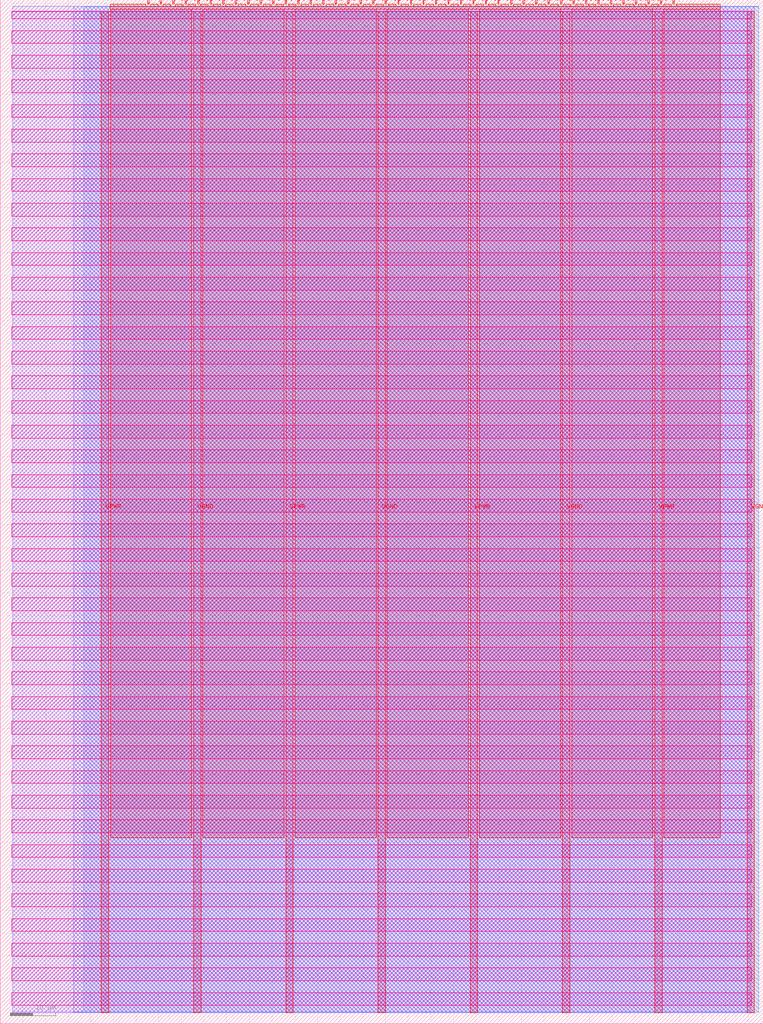
<source format=lef>
VERSION 5.7 ;
  NOWIREEXTENSIONATPIN ON ;
  DIVIDERCHAR "/" ;
  BUSBITCHARS "[]" ;
MACRO tt_um_toivoh_synth_dup
  CLASS BLOCK ;
  FOREIGN tt_um_toivoh_synth_dup ;
  ORIGIN 0.000 0.000 ;
  SIZE 168.360 BY 225.760 ;
  PIN VGND
    DIRECTION INOUT ;
    USE GROUND ;
    PORT
      LAYER met4 ;
        RECT 42.670 2.480 44.270 223.280 ;
    END
    PORT
      LAYER met4 ;
        RECT 83.380 2.480 84.980 223.280 ;
    END
    PORT
      LAYER met4 ;
        RECT 124.090 2.480 125.690 223.280 ;
    END
    PORT
      LAYER met4 ;
        RECT 164.800 2.480 166.400 223.280 ;
    END
  END VGND
  PIN VPWR
    DIRECTION INOUT ;
    USE POWER ;
    PORT
      LAYER met4 ;
        RECT 22.315 2.480 23.915 223.280 ;
    END
    PORT
      LAYER met4 ;
        RECT 63.025 2.480 64.625 223.280 ;
    END
    PORT
      LAYER met4 ;
        RECT 103.735 2.480 105.335 223.280 ;
    END
    PORT
      LAYER met4 ;
        RECT 144.445 2.480 146.045 223.280 ;
    END
  END VPWR
  PIN clk
    DIRECTION INPUT ;
    USE SIGNAL ;
    ANTENNAGATEAREA 0.852000 ;
    PORT
      LAYER met4 ;
        RECT 145.670 224.760 145.970 225.760 ;
    END
  END clk
  PIN ena
    DIRECTION INPUT ;
    USE SIGNAL ;
    PORT
      LAYER met4 ;
        RECT 148.430 224.760 148.730 225.760 ;
    END
  END ena
  PIN rst_n
    DIRECTION INPUT ;
    USE SIGNAL ;
    ANTENNAGATEAREA 0.159000 ;
    PORT
      LAYER met4 ;
        RECT 142.910 224.760 143.210 225.760 ;
    END
  END rst_n
  PIN ui_in[0]
    DIRECTION INPUT ;
    USE SIGNAL ;
    ANTENNAGATEAREA 0.196500 ;
    PORT
      LAYER met4 ;
        RECT 140.150 224.760 140.450 225.760 ;
    END
  END ui_in[0]
  PIN ui_in[1]
    DIRECTION INPUT ;
    USE SIGNAL ;
    ANTENNAGATEAREA 0.196500 ;
    PORT
      LAYER met4 ;
        RECT 137.390 224.760 137.690 225.760 ;
    END
  END ui_in[1]
  PIN ui_in[2]
    DIRECTION INPUT ;
    USE SIGNAL ;
    ANTENNAGATEAREA 0.196500 ;
    PORT
      LAYER met4 ;
        RECT 134.630 224.760 134.930 225.760 ;
    END
  END ui_in[2]
  PIN ui_in[3]
    DIRECTION INPUT ;
    USE SIGNAL ;
    ANTENNAGATEAREA 0.196500 ;
    PORT
      LAYER met4 ;
        RECT 131.870 224.760 132.170 225.760 ;
    END
  END ui_in[3]
  PIN ui_in[4]
    DIRECTION INPUT ;
    USE SIGNAL ;
    ANTENNAGATEAREA 0.196500 ;
    PORT
      LAYER met4 ;
        RECT 129.110 224.760 129.410 225.760 ;
    END
  END ui_in[4]
  PIN ui_in[5]
    DIRECTION INPUT ;
    USE SIGNAL ;
    ANTENNAGATEAREA 0.196500 ;
    PORT
      LAYER met4 ;
        RECT 126.350 224.760 126.650 225.760 ;
    END
  END ui_in[5]
  PIN ui_in[6]
    DIRECTION INPUT ;
    USE SIGNAL ;
    ANTENNAGATEAREA 0.196500 ;
    PORT
      LAYER met4 ;
        RECT 123.590 224.760 123.890 225.760 ;
    END
  END ui_in[6]
  PIN ui_in[7]
    DIRECTION INPUT ;
    USE SIGNAL ;
    ANTENNAGATEAREA 0.196500 ;
    PORT
      LAYER met4 ;
        RECT 120.830 224.760 121.130 225.760 ;
    END
  END ui_in[7]
  PIN uio_in[0]
    DIRECTION INPUT ;
    USE SIGNAL ;
    ANTENNAGATEAREA 0.196500 ;
    PORT
      LAYER met4 ;
        RECT 118.070 224.760 118.370 225.760 ;
    END
  END uio_in[0]
  PIN uio_in[1]
    DIRECTION INPUT ;
    USE SIGNAL ;
    ANTENNAGATEAREA 0.196500 ;
    PORT
      LAYER met4 ;
        RECT 115.310 224.760 115.610 225.760 ;
    END
  END uio_in[1]
  PIN uio_in[2]
    DIRECTION INPUT ;
    USE SIGNAL ;
    ANTENNAGATEAREA 0.196500 ;
    PORT
      LAYER met4 ;
        RECT 112.550 224.760 112.850 225.760 ;
    END
  END uio_in[2]
  PIN uio_in[3]
    DIRECTION INPUT ;
    USE SIGNAL ;
    ANTENNAGATEAREA 0.196500 ;
    PORT
      LAYER met4 ;
        RECT 109.790 224.760 110.090 225.760 ;
    END
  END uio_in[3]
  PIN uio_in[4]
    DIRECTION INPUT ;
    USE SIGNAL ;
    PORT
      LAYER met4 ;
        RECT 107.030 224.760 107.330 225.760 ;
    END
  END uio_in[4]
  PIN uio_in[5]
    DIRECTION INPUT ;
    USE SIGNAL ;
    PORT
      LAYER met4 ;
        RECT 104.270 224.760 104.570 225.760 ;
    END
  END uio_in[5]
  PIN uio_in[6]
    DIRECTION INPUT ;
    USE SIGNAL ;
    PORT
      LAYER met4 ;
        RECT 101.510 224.760 101.810 225.760 ;
    END
  END uio_in[6]
  PIN uio_in[7]
    DIRECTION INPUT ;
    USE SIGNAL ;
    ANTENNAGATEAREA 0.196500 ;
    PORT
      LAYER met4 ;
        RECT 98.750 224.760 99.050 225.760 ;
    END
  END uio_in[7]
  PIN uio_oe[0]
    DIRECTION OUTPUT TRISTATE ;
    USE SIGNAL ;
    PORT
      LAYER met4 ;
        RECT 51.830 224.760 52.130 225.760 ;
    END
  END uio_oe[0]
  PIN uio_oe[1]
    DIRECTION OUTPUT TRISTATE ;
    USE SIGNAL ;
    PORT
      LAYER met4 ;
        RECT 49.070 224.760 49.370 225.760 ;
    END
  END uio_oe[1]
  PIN uio_oe[2]
    DIRECTION OUTPUT TRISTATE ;
    USE SIGNAL ;
    PORT
      LAYER met4 ;
        RECT 46.310 224.760 46.610 225.760 ;
    END
  END uio_oe[2]
  PIN uio_oe[3]
    DIRECTION OUTPUT TRISTATE ;
    USE SIGNAL ;
    PORT
      LAYER met4 ;
        RECT 43.550 224.760 43.850 225.760 ;
    END
  END uio_oe[3]
  PIN uio_oe[4]
    DIRECTION OUTPUT TRISTATE ;
    USE SIGNAL ;
    PORT
      LAYER met4 ;
        RECT 40.790 224.760 41.090 225.760 ;
    END
  END uio_oe[4]
  PIN uio_oe[5]
    DIRECTION OUTPUT TRISTATE ;
    USE SIGNAL ;
    PORT
      LAYER met4 ;
        RECT 38.030 224.760 38.330 225.760 ;
    END
  END uio_oe[5]
  PIN uio_oe[6]
    DIRECTION OUTPUT TRISTATE ;
    USE SIGNAL ;
    PORT
      LAYER met4 ;
        RECT 35.270 224.760 35.570 225.760 ;
    END
  END uio_oe[6]
  PIN uio_oe[7]
    DIRECTION OUTPUT TRISTATE ;
    USE SIGNAL ;
    PORT
      LAYER met4 ;
        RECT 32.510 224.760 32.810 225.760 ;
    END
  END uio_oe[7]
  PIN uio_out[0]
    DIRECTION OUTPUT TRISTATE ;
    USE SIGNAL ;
    PORT
      LAYER met4 ;
        RECT 73.910 224.760 74.210 225.760 ;
    END
  END uio_out[0]
  PIN uio_out[1]
    DIRECTION OUTPUT TRISTATE ;
    USE SIGNAL ;
    PORT
      LAYER met4 ;
        RECT 71.150 224.760 71.450 225.760 ;
    END
  END uio_out[1]
  PIN uio_out[2]
    DIRECTION OUTPUT TRISTATE ;
    USE SIGNAL ;
    PORT
      LAYER met4 ;
        RECT 68.390 224.760 68.690 225.760 ;
    END
  END uio_out[2]
  PIN uio_out[3]
    DIRECTION OUTPUT TRISTATE ;
    USE SIGNAL ;
    PORT
      LAYER met4 ;
        RECT 65.630 224.760 65.930 225.760 ;
    END
  END uio_out[3]
  PIN uio_out[4]
    DIRECTION OUTPUT TRISTATE ;
    USE SIGNAL ;
    PORT
      LAYER met4 ;
        RECT 62.870 224.760 63.170 225.760 ;
    END
  END uio_out[4]
  PIN uio_out[5]
    DIRECTION OUTPUT TRISTATE ;
    USE SIGNAL ;
    PORT
      LAYER met4 ;
        RECT 60.110 224.760 60.410 225.760 ;
    END
  END uio_out[5]
  PIN uio_out[6]
    DIRECTION OUTPUT TRISTATE ;
    USE SIGNAL ;
    ANTENNADIFFAREA 0.795200 ;
    PORT
      LAYER met4 ;
        RECT 57.350 224.760 57.650 225.760 ;
    END
  END uio_out[6]
  PIN uio_out[7]
    DIRECTION OUTPUT TRISTATE ;
    USE SIGNAL ;
    PORT
      LAYER met4 ;
        RECT 54.590 224.760 54.890 225.760 ;
    END
  END uio_out[7]
  PIN uo_out[0]
    DIRECTION OUTPUT TRISTATE ;
    USE SIGNAL ;
    ANTENNADIFFAREA 0.795200 ;
    PORT
      LAYER met4 ;
        RECT 95.990 224.760 96.290 225.760 ;
    END
  END uo_out[0]
  PIN uo_out[1]
    DIRECTION OUTPUT TRISTATE ;
    USE SIGNAL ;
    ANTENNADIFFAREA 0.795200 ;
    PORT
      LAYER met4 ;
        RECT 93.230 224.760 93.530 225.760 ;
    END
  END uo_out[1]
  PIN uo_out[2]
    DIRECTION OUTPUT TRISTATE ;
    USE SIGNAL ;
    ANTENNADIFFAREA 0.795200 ;
    PORT
      LAYER met4 ;
        RECT 90.470 224.760 90.770 225.760 ;
    END
  END uo_out[2]
  PIN uo_out[3]
    DIRECTION OUTPUT TRISTATE ;
    USE SIGNAL ;
    ANTENNADIFFAREA 0.795200 ;
    PORT
      LAYER met4 ;
        RECT 87.710 224.760 88.010 225.760 ;
    END
  END uo_out[3]
  PIN uo_out[4]
    DIRECTION OUTPUT TRISTATE ;
    USE SIGNAL ;
    ANTENNADIFFAREA 0.795200 ;
    PORT
      LAYER met4 ;
        RECT 84.950 224.760 85.250 225.760 ;
    END
  END uo_out[4]
  PIN uo_out[5]
    DIRECTION OUTPUT TRISTATE ;
    USE SIGNAL ;
    ANTENNADIFFAREA 0.795200 ;
    PORT
      LAYER met4 ;
        RECT 82.190 224.760 82.490 225.760 ;
    END
  END uo_out[5]
  PIN uo_out[6]
    DIRECTION OUTPUT TRISTATE ;
    USE SIGNAL ;
    ANTENNADIFFAREA 0.795200 ;
    PORT
      LAYER met4 ;
        RECT 79.430 224.760 79.730 225.760 ;
    END
  END uo_out[6]
  PIN uo_out[7]
    DIRECTION OUTPUT TRISTATE ;
    USE SIGNAL ;
    ANTENNAGATEAREA 0.247500 ;
    ANTENNADIFFAREA 1.075200 ;
    PORT
      LAYER met4 ;
        RECT 76.670 224.760 76.970 225.760 ;
    END
  END uo_out[7]
  OBS
      LAYER nwell ;
        RECT 2.570 221.625 165.790 223.230 ;
        RECT 2.570 216.185 165.790 219.015 ;
        RECT 2.570 210.745 165.790 213.575 ;
        RECT 2.570 205.305 165.790 208.135 ;
        RECT 2.570 199.865 165.790 202.695 ;
        RECT 2.570 194.425 165.790 197.255 ;
        RECT 2.570 188.985 165.790 191.815 ;
        RECT 2.570 183.545 165.790 186.375 ;
        RECT 2.570 178.105 165.790 180.935 ;
        RECT 2.570 172.665 165.790 175.495 ;
        RECT 2.570 167.225 165.790 170.055 ;
        RECT 2.570 161.785 165.790 164.615 ;
        RECT 2.570 156.345 165.790 159.175 ;
        RECT 2.570 150.905 165.790 153.735 ;
        RECT 2.570 145.465 165.790 148.295 ;
        RECT 2.570 140.025 165.790 142.855 ;
        RECT 2.570 134.585 165.790 137.415 ;
        RECT 2.570 129.145 165.790 131.975 ;
        RECT 2.570 123.705 165.790 126.535 ;
        RECT 2.570 118.265 165.790 121.095 ;
        RECT 2.570 112.825 165.790 115.655 ;
        RECT 2.570 107.385 165.790 110.215 ;
        RECT 2.570 101.945 165.790 104.775 ;
        RECT 2.570 96.505 165.790 99.335 ;
        RECT 2.570 91.065 165.790 93.895 ;
        RECT 2.570 85.625 165.790 88.455 ;
        RECT 2.570 80.185 165.790 83.015 ;
        RECT 2.570 74.745 165.790 77.575 ;
        RECT 2.570 69.305 165.790 72.135 ;
        RECT 2.570 63.865 165.790 66.695 ;
        RECT 2.570 58.425 165.790 61.255 ;
        RECT 2.570 52.985 165.790 55.815 ;
        RECT 2.570 47.545 165.790 50.375 ;
        RECT 2.570 42.105 165.790 44.935 ;
        RECT 2.570 36.665 165.790 39.495 ;
        RECT 2.570 31.225 165.790 34.055 ;
        RECT 2.570 25.785 165.790 28.615 ;
        RECT 2.570 20.345 165.790 23.175 ;
        RECT 2.570 14.905 165.790 17.735 ;
        RECT 2.570 9.465 165.790 12.295 ;
        RECT 2.570 4.025 165.790 6.855 ;
      LAYER li1 ;
        RECT 2.760 2.635 165.600 223.125 ;
      LAYER met1 ;
        RECT 2.760 2.480 166.400 224.360 ;
      LAYER met2 ;
        RECT 16.200 2.535 167.350 224.390 ;
      LAYER met3 ;
        RECT 18.465 2.555 167.375 224.225 ;
      LAYER met4 ;
        RECT 24.215 224.360 32.110 224.760 ;
        RECT 33.210 224.360 34.870 224.760 ;
        RECT 35.970 224.360 37.630 224.760 ;
        RECT 38.730 224.360 40.390 224.760 ;
        RECT 41.490 224.360 43.150 224.760 ;
        RECT 44.250 224.360 45.910 224.760 ;
        RECT 47.010 224.360 48.670 224.760 ;
        RECT 49.770 224.360 51.430 224.760 ;
        RECT 52.530 224.360 54.190 224.760 ;
        RECT 55.290 224.360 56.950 224.760 ;
        RECT 58.050 224.360 59.710 224.760 ;
        RECT 60.810 224.360 62.470 224.760 ;
        RECT 63.570 224.360 65.230 224.760 ;
        RECT 66.330 224.360 67.990 224.760 ;
        RECT 69.090 224.360 70.750 224.760 ;
        RECT 71.850 224.360 73.510 224.760 ;
        RECT 74.610 224.360 76.270 224.760 ;
        RECT 77.370 224.360 79.030 224.760 ;
        RECT 80.130 224.360 81.790 224.760 ;
        RECT 82.890 224.360 84.550 224.760 ;
        RECT 85.650 224.360 87.310 224.760 ;
        RECT 88.410 224.360 90.070 224.760 ;
        RECT 91.170 224.360 92.830 224.760 ;
        RECT 93.930 224.360 95.590 224.760 ;
        RECT 96.690 224.360 98.350 224.760 ;
        RECT 99.450 224.360 101.110 224.760 ;
        RECT 102.210 224.360 103.870 224.760 ;
        RECT 104.970 224.360 106.630 224.760 ;
        RECT 107.730 224.360 109.390 224.760 ;
        RECT 110.490 224.360 112.150 224.760 ;
        RECT 113.250 224.360 114.910 224.760 ;
        RECT 116.010 224.360 117.670 224.760 ;
        RECT 118.770 224.360 120.430 224.760 ;
        RECT 121.530 224.360 123.190 224.760 ;
        RECT 124.290 224.360 125.950 224.760 ;
        RECT 127.050 224.360 128.710 224.760 ;
        RECT 129.810 224.360 131.470 224.760 ;
        RECT 132.570 224.360 134.230 224.760 ;
        RECT 135.330 224.360 136.990 224.760 ;
        RECT 138.090 224.360 139.750 224.760 ;
        RECT 140.850 224.360 142.510 224.760 ;
        RECT 143.610 224.360 145.270 224.760 ;
        RECT 146.370 224.360 148.030 224.760 ;
        RECT 149.130 224.360 158.865 224.760 ;
        RECT 24.215 223.680 158.865 224.360 ;
        RECT 24.315 40.975 42.270 223.680 ;
        RECT 44.670 40.975 62.625 223.680 ;
        RECT 65.025 40.975 82.980 223.680 ;
        RECT 85.380 40.975 103.335 223.680 ;
        RECT 105.735 40.975 123.690 223.680 ;
        RECT 126.090 40.975 144.045 223.680 ;
        RECT 146.445 40.975 158.865 223.680 ;
  END
END tt_um_toivoh_synth_dup
END LIBRARY


</source>
